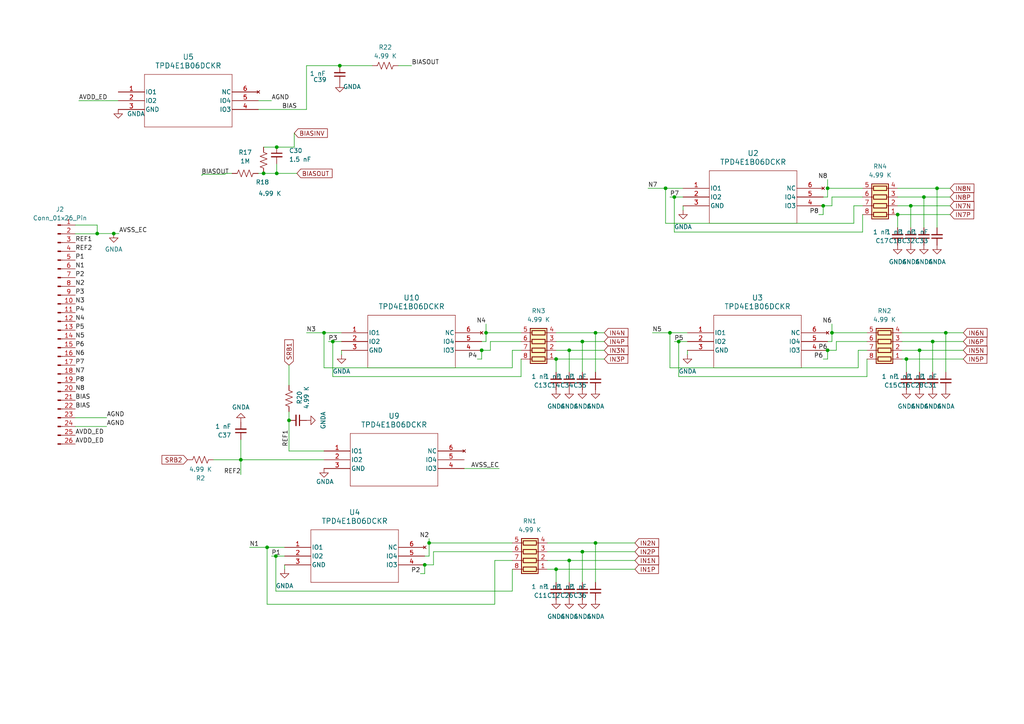
<source format=kicad_sch>
(kicad_sch (version 20231120) (generator "eeschema") (generator_version "8.0")
  (paper "A4")
  (lib_symbols
    (symbol "Connector:Conn_01x26_Pin" (pin_names (offset 1.016) hide)
      (property "Reference" "J" (at 0 33.02 0))
      (property "Value" "Conn_01x26_Pin" (at 0 -35.56 0))
      (symbol "Conn_01x26_Pin_1_1"
        (polyline (pts (xy 1.27 -33.02) (xy 0.8636 -33.02)) (stroke (width 0.1524)))
        (polyline (pts (xy 1.27 -30.48) (xy 0.8636 -30.48)) (stroke (width 0.1524)))
        (polyline (pts (xy 1.27 -27.94) (xy 0.8636 -27.94)) (stroke (width 0.1524)))
        (polyline (pts (xy 1.27 -25.4) (xy 0.8636 -25.4)) (stroke (width 0.1524)))
        (polyline (pts (xy 1.27 -22.86) (xy 0.8636 -22.86)) (stroke (width 0.1524)))
        (polyline (pts (xy 1.27 -20.32) (xy 0.8636 -20.32)) (stroke (width 0.1524)))
        (polyline (pts (xy 1.27 -17.78) (xy 0.8636 -17.78)) (stroke (width 0.1524)))
        (polyline (pts (xy 1.27 -15.24) (xy 0.8636 -15.24)) (stroke (width 0.1524)))
        (polyline (pts (xy 1.27 -12.7) (xy 0.8636 -12.7)) (stroke (width 0.1524)))
        (polyline (pts (xy 1.27 -10.16) (xy 0.8636 -10.16)) (stroke (width 0.1524)))
        (polyline (pts (xy 1.27 -7.62) (xy 0.8636 -7.62)) (stroke (width 0.1524)))
        (polyline (pts (xy 1.27 -5.08) (xy 0.8636 -5.08)) (stroke (width 0.1524)))
        (polyline (pts (xy 1.27 -2.54) (xy 0.8636 -2.54)) (stroke (width 0.1524)))
        (polyline (pts (xy 1.27 0) (xy 0.8636 0)) (stroke (width 0.1524)))
        (polyline (pts (xy 1.27 2.54) (xy 0.8636 2.54)) (stroke (width 0.1524)))
        (polyline (pts (xy 1.27 5.08) (xy 0.8636 5.08)) (stroke (width 0.1524)))
        (polyline (pts (xy 1.27 7.62) (xy 0.8636 7.62)) (stroke (width 0.1524)))
        (polyline (pts (xy 1.27 10.16) (xy 0.8636 10.16)) (stroke (width 0.1524)))
        (polyline (pts (xy 1.27 12.7) (xy 0.8636 12.7)) (stroke (width 0.1524)))
        (polyline (pts (xy 1.27 15.24) (xy 0.8636 15.24)) (stroke (width 0.1524)))
        (polyline (pts (xy 1.27 17.78) (xy 0.8636 17.78)) (stroke (width 0.1524)))
        (polyline (pts (xy 1.27 20.32) (xy 0.8636 20.32)) (stroke (width 0.1524)))
        (polyline (pts (xy 1.27 22.86) (xy 0.8636 22.86)) (stroke (width 0.1524)))
        (polyline (pts (xy 1.27 25.4) (xy 0.8636 25.4)) (stroke (width 0.1524)))
        (polyline (pts (xy 1.27 27.94) (xy 0.8636 27.94)) (stroke (width 0.1524)))
        (polyline (pts (xy 1.27 30.48) (xy 0.8636 30.48)) (stroke (width 0.1524)))
        (rectangle (start 0.8636 -32.893) (end 0 -33.147) (stroke (width 0.1524)) (fill (type outline)))
        (rectangle (start 0.8636 -30.353) (end 0 -30.607) (stroke (width 0.1524)) (fill (type outline)))
        (rectangle (start 0.8636 -27.813) (end 0 -28.067) (stroke (width 0.1524)) (fill (type outline)))
        (rectangle (start 0.8636 -25.273) (end 0 -25.527) (stroke (width 0.1524)) (fill (type outline)))
        (rectangle (start 0.8636 -22.733) (end 0 -22.987) (stroke (width 0.1524)) (fill (type outline)))
        (rectangle (start 0.8636 -20.193) (end 0 -20.447) (stroke (width 0.1524)) (fill (type outline)))
        (rectangle (start 0.8636 -17.653) (end 0 -17.907) (stroke (width 0.1524)) (fill (type outline)))
        (rectangle (start 0.8636 -15.113) (end 0 -15.367) (stroke (width 0.1524)) (fill (type outline)))
        (rectangle (start 0.8636 -12.573) (end 0 -12.827) (stroke (width 0.1524)) (fill (type outline)))
        (rectangle (start 0.8636 -10.033) (end 0 -10.287) (stroke (width 0.1524)) (fill (type outline)))
        (rectangle (start 0.8636 -7.493) (end 0 -7.747) (stroke (width 0.1524)) (fill (type outline)))
        (rectangle (start 0.8636 -4.953) (end 0 -5.207) (stroke (width 0.1524)) (fill (type outline)))
        (rectangle (start 0.8636 -2.413) (end 0 -2.667) (stroke (width 0.1524)) (fill (type outline)))
        (rectangle (start 0.8636 0.127) (end 0 -0.127) (stroke (width 0.1524)) (fill (type outline)))
        (rectangle (start 0.8636 2.667) (end 0 2.413) (stroke (width 0.1524)) (fill (type outline)))
        (rectangle (start 0.8636 5.207) (end 0 4.953) (stroke (width 0.1524)) (fill (type outline)))
        (rectangle (start 0.8636 7.747) (end 0 7.493) (stroke (width 0.1524)) (fill (type outline)))
        (rectangle (start 0.8636 10.287) (end 0 10.033) (stroke (width 0.1524)) (fill (type outline)))
        (rectangle (start 0.8636 12.827) (end 0 12.573) (stroke (width 0.1524)) (fill (type outline)))
        (rectangle (start 0.8636 15.367) (end 0 15.113) (stroke (width 0.1524)) (fill (type outline)))
        (rectangle (start 0.8636 17.907) (end 0 17.653) (stroke (width 0.1524)) (fill (type outline)))
        (rectangle (start 0.8636 20.447) (end 0 20.193) (stroke (width 0.1524)) (fill (type outline)))
        (rectangle (start 0.8636 22.987) (end 0 22.733) (stroke (width 0.1524)) (fill (type outline)))
        (rectangle (start 0.8636 25.527) (end 0 25.273) (stroke (width 0.1524)) (fill (type outline)))
        (rectangle (start 0.8636 28.067) (end 0 27.813) (stroke (width 0.1524)) (fill (type outline)))
        (rectangle (start 0.8636 30.607) (end 0 30.353) (stroke (width 0.1524)) (fill (type outline)))
        (pin passive line (at 5.08 30.48 180) (length 3.81) (name "Pin_1") (number "1"))
        (pin passive line (at 5.08 7.62 180) (length 3.81) (name "Pin_10") (number "10"))
        (pin passive line (at 5.08 5.08 180) (length 3.81) (name "Pin_11") (number "11"))
        (pin passive line (at 5.08 2.54 180) (length 3.81) (name "Pin_12") (number "12"))
        (pin passive line (at 5.08 0 180) (length 3.81) (name "Pin_13") (number "13"))
        (pin passive line (at 5.08 -2.54 180) (length 3.81) (name "Pin_14") (number "14"))
        (pin passive line (at 5.08 -5.08 180) (length 3.81) (name "Pin_15") (number "15"))
        (pin passive line (at 5.08 -7.62 180) (length 3.81) (name "Pin_16") (number "16"))
        (pin passive line (at 5.08 -10.16 180) (length 3.81) (name "Pin_17") (number "17"))
        (pin passive line (at 5.08 -12.7 180) (length 3.81) (name "Pin_18") (number "18"))
        (pin passive line (at 5.08 -15.24 180) (length 3.81) (name "Pin_19") (number "19"))
        (pin passive line (at 5.08 27.94 180) (length 3.81) (name "Pin_2") (number "2"))
        (pin passive line (at 5.08 -17.78 180) (length 3.81) (name "Pin_20") (number "20"))
        (pin passive line (at 5.08 -20.32 180) (length 3.81) (name "Pin_21") (number "21"))
        (pin passive line (at 5.08 -22.86 180) (length 3.81) (name "Pin_22") (number "22"))
        (pin passive line (at 5.08 -25.4 180) (length 3.81) (name "Pin_23") (number "23"))
        (pin passive line (at 5.08 -27.94 180) (length 3.81) (name "Pin_24") (number "24"))
        (pin passive line (at 5.08 -30.48 180) (length 3.81) (name "Pin_25") (number "25"))
        (pin passive line (at 5.08 -33.02 180) (length 3.81) (name "Pin_26") (number "26"))
        (pin passive line (at 5.08 25.4 180) (length 3.81) (name "Pin_3") (number "3"))
        (pin passive line (at 5.08 22.86 180) (length 3.81) (name "Pin_4") (number "4"))
        (pin passive line (at 5.08 20.32 180) (length 3.81) (name "Pin_5") (number "5"))
        (pin passive line (at 5.08 17.78 180) (length 3.81) (name "Pin_6") (number "6"))
        (pin passive line (at 5.08 15.24 180) (length 3.81) (name "Pin_7") (number "7"))
        (pin passive line (at 5.08 12.7 180) (length 3.81) (name "Pin_8") (number "8"))
        (pin passive line (at 5.08 10.16 180) (length 3.81) (name "Pin_9") (number "9"))
      )
    )
    (symbol "Device:C_Small" (pin_numbers hide) (pin_names (offset 0.254) hide)
      (property "Reference" "C" (at 0.254 1.778 0))
      (property "Value" "C_Small" (at 0.254 -2.032 0))
      (symbol "C_Small_0_1"
        (polyline (pts (xy -1.524 -0.508) (xy 1.524 -0.508)) (stroke (width 0.3302)))
        (polyline (pts (xy -1.524 0.508) (xy 1.524 0.508)) (stroke (width 0.3048)))
      )
      (symbol "C_Small_1_1"
        (pin passive line (at 0 2.54 270) (length 2.032) (name "~") (number "1"))
        (pin passive line (at 0 -2.54 90) (length 2.032) (name "~") (number "2"))
      )
    )
    (symbol "Device:R_Pack04" (pin_names (offset 0) hide)
      (property "Reference" "RN" (at -7.62 0 90))
      (property "Value" "R_Pack04" (at 5.08 0 90))
      (symbol "R_Pack04_0_1"
        (rectangle (start -6.35 -2.413) (end 3.81 2.413) (stroke (width 0.254)) (fill (type background)))
        (rectangle (start -5.715 1.905) (end -4.445 -1.905) (stroke (width 0.254)))
        (rectangle (start -3.175 1.905) (end -1.905 -1.905) (stroke (width 0.254)))
        (rectangle (start -0.635 1.905) (end 0.635 -1.905) (stroke (width 0.254)))
        (polyline (pts (xy -5.08 -2.54) (xy -5.08 -1.905)))
        (polyline (pts (xy -5.08 1.905) (xy -5.08 2.54)))
        (polyline (pts (xy -2.54 -2.54) (xy -2.54 -1.905)))
        (polyline (pts (xy -2.54 1.905) (xy -2.54 2.54)))
        (polyline (pts (xy 0 -2.54) (xy 0 -1.905)))
        (polyline (pts (xy 0 1.905) (xy 0 2.54)))
        (polyline (pts (xy 2.54 -2.54) (xy 2.54 -1.905)))
        (polyline (pts (xy 2.54 1.905) (xy 2.54 2.54)))
        (rectangle (start 1.905 1.905) (end 3.175 -1.905) (stroke (width 0.254)))
      )
      (symbol "R_Pack04_1_1"
        (pin passive line (at -5.08 -5.08 90) (length 2.54) (name "R1.1") (number "1"))
        (pin passive line (at -2.54 -5.08 90) (length 2.54) (name "R2.1") (number "2"))
        (pin passive line (at 0 -5.08 90) (length 2.54) (name "R3.1") (number "3"))
        (pin passive line (at 2.54 -5.08 90) (length 2.54) (name "R4.1") (number "4"))
        (pin passive line (at 2.54 5.08 270) (length 2.54) (name "R4.2") (number "5"))
        (pin passive line (at 0 5.08 270) (length 2.54) (name "R3.2") (number "6"))
        (pin passive line (at -2.54 5.08 270) (length 2.54) (name "R2.2") (number "7"))
        (pin passive line (at -5.08 5.08 270) (length 2.54) (name "R1.2") (number "8"))
      )
    )
    (symbol "Device:R_US" (pin_numbers hide) (pin_names (offset 0))
      (property "Reference" "R" (at 2.54 0 90))
      (property "Value" "R_US" (at -2.54 0 90))
      (symbol "R_US_0_1"
        (polyline (pts (xy 0 -2.286) (xy 0 -2.54)))
        (polyline (pts (xy 0 2.286) (xy 0 2.54)))
        (polyline (pts (xy 0 -0.762) (xy 1.016 -1.143) (xy 0 -1.524) (xy -1.016 -1.905) (xy 0 -2.286)))
        (polyline (pts (xy 0 0.762) (xy 1.016 0.381) (xy 0 0) (xy -1.016 -0.381) (xy 0 -0.762)))
        (polyline (pts (xy 0 2.286) (xy 1.016 1.905) (xy 0 1.524) (xy -1.016 1.143) (xy 0 0.762)))
      )
      (symbol "R_US_1_1"
        (pin passive line (at 0 3.81 270) (length 1.27) (name "~") (number "1"))
        (pin passive line (at 0 -3.81 90) (length 1.27) (name "~") (number "2"))
      )
    )
    (symbol "power:GNDA" (power) (pin_names (offset 0))
      (property "Value" "GNDA" (at 0 -3.81 0))
      (symbol "GNDA_0_1"
        (polyline (pts (xy 0 0) (xy 0 -1.27) (xy 1.27 -1.27) (xy 0 -2.54) (xy -1.27 -1.27) (xy 0 -1.27)))
      )
      (symbol "GNDA_1_1"
        (pin power_in line (at 0 0 270) (length 0) hide (name "GNDA") (number "1"))
      )
    )
    (symbol "tpd4e1_esayGND:TPD4E1B06DCKR" (pin_names (offset 0.254))
      (property "Reference" "U" (at 20.32 10.16 0))
      (property "Value" "TPD4E1B06DCKR" (at 20.32 7.62 0))
      (symbol "TPD4E1B06DCKR_0_1"
        (polyline (pts (xy 7.62 -10.16) (xy 33.02 -10.16)) (stroke (width 0.127)))
        (polyline (pts (xy 7.62 5.08) (xy 7.62 -10.16)) (stroke (width 0.127)))
        (polyline (pts (xy 33.02 -10.16) (xy 33.02 5.08)) (stroke (width 0.127)))
        (polyline (pts (xy 33.02 5.08) (xy 7.62 5.08)) (stroke (width 0.127)))
        (pin bidirectional line (at 0 0 0) (length 7.62) (name "IO1") (number "1"))
        (pin bidirectional line (at 0 -2.54 0) (length 7.62) (name "IO2") (number "2"))
        (pin power_in line (at 0 -5.08 0) (length 7.62) (name "GND") (number "3"))
        (pin bidirectional line (at 40.64 -5.08 180) (length 7.62) (name "IO3") (number "4"))
        (pin bidirectional line (at 40.64 -2.54 180) (length 7.62) (name "IO4") (number "5"))
        (pin no_connect line (at 40.64 0 180) (length 7.62) (name "NC") (number "6"))
      )
    )
  )
  (junction (at 161.29 165.1))
  (junction (at 262.89 104.14))
  (junction (at 98.552 19.05))
  (junction (at 172.72 157.48))
  (junction (at 172.72 96.52))
  (junction (at 238.76 59.69))
  (junction (at 80.264 42.672))
  (junction (at 83.82 121.92))
  (junction (at 195.58 57.15))
  (junction (at 264.16 59.69))
  (junction (at 123.19 163.83))
  (junction (at 266.7 101.6))
  (junction (at 77.47 158.75))
  (junction (at 260.35 62.23))
  (junction (at 267.97 57.15))
  (junction (at 139.7 101.6))
  (junction (at 165.1 162.56))
  (junction (at 28.194 67.7399))
  (junction (at 80.01 161.29))
  (junction (at 168.91 99.06))
  (junction (at 196.85 99.06))
  (junction (at 274.32 96.52))
  (junction (at 165.1 101.6))
  (junction (at 241.3 96.52))
  (junction (at 32.9878 67.7399))
  (junction (at 96.52 99.06))
  (junction (at 193.04 54.61))
  (junction (at 240.03 54.61))
  (junction (at 124.46 157.48))
  (junction (at 76.454 50.292))
  (junction (at 69.85 133.35))
  (junction (at 80.264 50.292))
  (junction (at 194.31 96.52))
  (junction (at 240.03 101.6))
  (junction (at 270.51 99.06))
  (junction (at 168.91 160.02))
  (junction (at 93.98 96.52))
  (junction (at 140.97 96.52))
  (junction (at 271.78 54.61))
  (junction (at 161.29 104.14))
  (wire (pts (xy 261.62 104.14) (xy 262.89 104.14)))
  (wire (pts (xy 76.454 50.292) (xy 74.93 50.292)))
  (wire (pts (xy 161.29 165.1) (xy 184.15 165.1)))
  (wire (pts (xy 270.51 99.06) (xy 270.51 107.95)))
  (wire (pts (xy 161.29 165.1) (xy 161.29 168.91)))
  (wire (pts (xy 143.51 162.56) (xy 148.59 162.56)))
  (wire (pts (xy 124.46 157.48) (xy 148.59 157.48)))
  (wire (pts (xy 151.13 101.6) (xy 148.59 101.6)))
  (wire (pts (xy 264.16 59.69) (xy 260.35 59.69)))
  (wire (pts (xy 74.93 31.75) (xy 88.9 31.75)))
  (wire (pts (xy 193.04 54.61) (xy 193.04 64.77)))
  (wire (pts (xy 119.38 19.05) (xy 115.57 19.05)))
  (wire (pts (xy 172.72 96.52) (xy 161.29 96.52)))
  (wire (pts (xy 238.76 104.14) (xy 240.03 104.14)))
  (wire (pts (xy 138.43 104.14) (xy 139.7 104.14)))
  (wire (pts (xy 80.01 161.29) (xy 82.55 161.29)))
  (wire (pts (xy 139.7 99.06) (xy 140.97 99.06)))
  (wire (pts (xy 21.844 65.278) (xy 28.194 65.278)))
  (wire (pts (xy 121.92 166.37) (xy 123.19 166.37)))
  (wire (pts (xy 165.1 101.6) (xy 161.29 101.6)))
  (wire (pts (xy 93.98 96.52) (xy 99.06 96.52)))
  (wire (pts (xy 271.78 54.61) (xy 271.78 66.04)))
  (wire (pts (xy 193.04 64.77) (xy 247.65 64.77)))
  (wire (pts (xy 72.39 158.75) (xy 77.47 158.75)))
  (wire (pts (xy 139.7 104.14) (xy 139.7 101.6)))
  (wire (pts (xy 124.46 157.48) (xy 124.46 161.29)))
  (wire (pts (xy 165.1 162.56) (xy 158.75 162.56)))
  (wire (pts (xy 175.26 99.06) (xy 168.91 99.06)))
  (wire (pts (xy 144.78 135.89) (xy 134.62 135.89)))
  (wire (pts (xy 139.7 101.6) (xy 142.24 101.6)))
  (wire (pts (xy 240.03 54.61) (xy 250.19 54.61)))
  (wire (pts (xy 148.59 101.6) (xy 148.59 106.68)))
  (wire (pts (xy 78.74 29.21) (xy 74.93 29.21)))
  (wire (pts (xy 96.52 99.06) (xy 99.06 99.06)))
  (wire (pts (xy 241.3 93.98) (xy 241.3 96.52)))
  (wire (pts (xy 196.85 109.22) (xy 251.46 109.22)))
  (wire (pts (xy 83.82 121.92) (xy 83.82 130.81)))
  (wire (pts (xy 21.844 67.818) (xy 28.194 67.818)))
  (wire (pts (xy 279.4 101.6) (xy 266.7 101.6)))
  (wire (pts (xy 275.59 59.69) (xy 264.16 59.69)))
  (wire (pts (xy 195.58 57.15) (xy 195.58 67.31)))
  (wire (pts (xy 198.12 59.69) (xy 198.12 60.96)))
  (wire (pts (xy 270.51 99.06) (xy 261.62 99.06)))
  (wire (pts (xy 96.52 99.06) (xy 96.52 109.22)))
  (wire (pts (xy 83.82 111.76) (xy 83.82 105.918)))
  (wire (pts (xy 88.9 19.05) (xy 98.552 19.05)))
  (wire (pts (xy 93.98 106.68) (xy 148.59 106.68)))
  (wire (pts (xy 264.16 59.69) (xy 264.16 66.04)))
  (wire (pts (xy 168.91 160.02) (xy 158.75 160.02)))
  (wire (pts (xy 275.59 57.15) (xy 267.97 57.15)))
  (wire (pts (xy 85.344 42.672) (xy 80.264 42.672)))
  (wire (pts (xy 237.49 62.23) (xy 238.76 62.23)))
  (wire (pts (xy 271.78 54.61) (xy 260.35 54.61)))
  (wire (pts (xy 161.29 104.14) (xy 175.26 104.14)))
  (wire (pts (xy 172.72 96.52) (xy 172.72 107.95)))
  (wire (pts (xy 99.06 101.6) (xy 99.06 102.87)))
  (wire (pts (xy 240.03 104.14) (xy 240.03 101.6)))
  (wire (pts (xy 279.4 99.06) (xy 270.51 99.06)))
  (wire (pts (xy 240.03 54.61) (xy 240.03 52.07)))
  (wire (pts (xy 168.91 99.06) (xy 168.91 107.95)))
  (wire (pts (xy 148.59 171.45) (xy 148.59 165.1)))
  (wire (pts (xy 275.59 54.61) (xy 271.78 54.61)))
  (wire (pts (xy 161.29 104.14) (xy 161.29 107.95)))
  (wire (pts (xy 140.97 93.98) (xy 140.97 96.52)))
  (wire (pts (xy 88.9 19.05) (xy 88.9 31.75)))
  (wire (pts (xy 241.3 57.15) (xy 241.3 59.69)))
  (wire (pts (xy 80.264 47.498) (xy 80.264 50.292)))
  (wire (pts (xy 260.35 62.23) (xy 275.59 62.23)))
  (wire (pts (xy 123.19 166.37) (xy 123.19 163.83)))
  (wire (pts (xy 151.13 109.22) (xy 151.13 104.14)))
  (wire (pts (xy 28.194 67.818) (xy 28.194 67.7399)))
  (wire (pts (xy 58.674 50.8) (xy 58.674 50.546)))
  (wire (pts (xy 196.85 99.06) (xy 199.39 99.06)))
  (wire (pts (xy 82.55 163.83) (xy 82.55 165.1)))
  (wire (pts (xy 251.46 109.22) (xy 251.46 104.14)))
  (wire (pts (xy 248.92 101.6) (xy 248.92 106.68)))
  (wire (pts (xy 266.7 101.6) (xy 266.7 107.95)))
  (wire (pts (xy 195.58 99.06) (xy 196.85 99.06)))
  (wire (pts (xy 236.22 101.6) (xy 240.03 101.6)))
  (wire (pts (xy 80.01 171.45) (xy 148.59 171.45)))
  (wire (pts (xy 58.42 50.8) (xy 58.674 50.8)))
  (wire (pts (xy 242.57 99.06) (xy 242.57 101.6)))
  (wire (pts (xy 21.844 121.158) (xy 30.9373 121.158)))
  (wire (pts (xy 32.9878 67.7399) (xy 34.5118 67.7399)))
  (wire (pts (xy 241.3 96.52) (xy 251.46 96.52)))
  (wire (pts (xy 267.97 57.15) (xy 267.97 66.04)))
  (wire (pts (xy 279.4 96.52) (xy 274.32 96.52)))
  (wire (pts (xy 80.264 42.418) (xy 80.264 42.672)))
  (wire (pts (xy 140.97 99.06) (xy 140.97 96.52)))
  (wire (pts (xy 78.74 161.29) (xy 80.01 161.29)))
  (wire (pts (xy 172.72 157.48) (xy 158.75 157.48)))
  (wire (pts (xy 238.76 57.15) (xy 240.03 57.15)))
  (wire (pts (xy 80.264 42.672) (xy 76.454 42.672)))
  (wire (pts (xy 194.31 57.15) (xy 195.58 57.15)))
  (wire (pts (xy 58.674 50.546) (xy 65.278 50.546)))
  (wire (pts (xy 238.76 59.69) (xy 241.3 59.69)))
  (wire (pts (xy 93.98 96.52) (xy 93.98 106.68)))
  (wire (pts (xy 168.91 99.06) (xy 161.29 99.06)))
  (wire (pts (xy 187.96 54.61) (xy 193.04 54.61)))
  (wire (pts (xy 80.264 50.292) (xy 76.454 50.292)))
  (wire (pts (xy 194.31 96.52) (xy 194.31 106.68)))
  (wire (pts (xy 86.106 50.292) (xy 80.264 50.292)))
  (wire (pts (xy 34.29 29.21) (xy 22.86 29.21)))
  (wire (pts (xy 240.03 101.6) (xy 242.57 101.6)))
  (wire (pts (xy 184.15 157.48) (xy 172.72 157.48)))
  (wire (pts (xy 140.97 96.52) (xy 151.13 96.52)))
  (wire (pts (xy 93.98 130.81) (xy 83.82 130.81)))
  (wire (pts (xy 240.03 57.15) (xy 240.03 54.61)))
  (wire (pts (xy 267.97 57.15) (xy 260.35 57.15)))
  (wire (pts (xy 69.85 127.508) (xy 69.85 133.35)))
  (wire (pts (xy 194.31 96.52) (xy 199.39 96.52)))
  (wire (pts (xy 241.3 57.15) (xy 250.19 57.15)))
  (wire (pts (xy 242.57 99.06) (xy 251.46 99.06)))
  (wire (pts (xy 65.278 50.546) (xy 65.278 50.292)))
  (wire (pts (xy 262.89 104.14) (xy 262.89 107.95)))
  (wire (pts (xy 77.47 158.75) (xy 77.47 175.26)))
  (wire (pts (xy 88.9 96.52) (xy 93.98 96.52)))
  (wire (pts (xy 175.26 96.52) (xy 172.72 96.52)))
  (wire (pts (xy 69.85 133.35) (xy 61.976 133.35)))
  (wire (pts (xy 266.7 101.6) (xy 261.62 101.6)))
  (wire (pts (xy 123.19 161.29) (xy 124.46 161.29)))
  (wire (pts (xy 172.72 157.48) (xy 172.72 168.91)))
  (wire (pts (xy 195.58 67.31) (xy 250.19 67.31)))
  (wire (pts (xy 124.46 156.21) (xy 124.46 157.48)))
  (wire (pts (xy 69.85 137.668) (xy 69.85 133.35)))
  (wire (pts (xy 28.194 67.7399) (xy 32.9878 67.7399)))
  (wire (pts (xy 143.51 175.26) (xy 143.51 162.56)))
  (wire (pts (xy 142.24 99.06) (xy 151.13 99.06)))
  (wire (pts (xy 274.32 96.52) (xy 274.32 107.95)))
  (wire (pts (xy 247.65 59.69) (xy 247.65 64.77)))
  (wire (pts (xy 184.15 162.56) (xy 165.1 162.56)))
  (wire (pts (xy 85.344 38.608) (xy 85.344 42.672)))
  (wire (pts (xy 165.1 162.56) (xy 165.1 168.91)))
  (wire (pts (xy 65.278 50.292) (xy 67.31 50.292)))
  (wire (pts (xy 142.24 99.06) (xy 142.24 101.6)))
  (wire (pts (xy 77.47 175.26) (xy 143.51 175.26)))
  (wire (pts (xy 241.3 96.52) (xy 241.3 99.06)))
  (wire (pts (xy 240.03 99.06) (xy 241.3 99.06)))
  (wire (pts (xy 194.31 106.68) (xy 248.92 106.68)))
  (wire (pts (xy 175.26 101.6) (xy 165.1 101.6)))
  (wire (pts (xy 260.35 62.23) (xy 260.35 66.04)))
  (wire (pts (xy 125.73 160.02) (xy 148.59 160.02)))
  (wire (pts (xy 28.194 65.278) (xy 28.194 67.7399)))
  (wire (pts (xy 168.91 160.02) (xy 168.91 168.91)))
  (wire (pts (xy 184.15 160.02) (xy 168.91 160.02)))
  (wire (pts (xy 195.58 57.15) (xy 198.12 57.15)))
  (wire (pts (xy 69.85 133.35) (xy 93.98 133.35)))
  (wire (pts (xy 123.19 163.83) (xy 125.73 163.83)))
  (wire (pts (xy 189.23 96.52) (xy 194.31 96.52)))
  (wire (pts (xy 199.39 101.6) (xy 199.39 102.87)))
  (wire (pts (xy 262.89 104.14) (xy 279.4 104.14)))
  (wire (pts (xy 238.76 62.23) (xy 238.76 59.69)))
  (wire (pts (xy 193.04 54.61) (xy 198.12 54.61)))
  (wire (pts (xy 165.1 101.6) (xy 165.1 107.95)))
  (wire (pts (xy 95.25 99.06) (xy 96.52 99.06)))
  (wire (pts (xy 250.19 59.69) (xy 247.65 59.69)))
  (wire (pts (xy 125.73 160.02) (xy 125.73 163.83)))
  (wire (pts (xy 250.19 67.31) (xy 250.19 62.23)))
  (wire (pts (xy 274.32 96.52) (xy 261.62 96.52)))
  (wire (pts (xy 83.82 121.92) (xy 83.82 119.38)))
  (wire (pts (xy 80.01 161.29) (xy 80.01 171.45)))
  (wire (pts (xy 21.844 123.698) (xy 30.9373 123.698)))
  (wire (pts (xy 77.47 158.75) (xy 82.55 158.75)))
  (wire (pts (xy 158.75 165.1) (xy 161.29 165.1)))
  (wire (pts (xy 251.46 101.6) (xy 248.92 101.6)))
  (wire (pts (xy 98.552 19.05) (xy 107.95 19.05)))
  (wire (pts (xy 196.85 99.06) (xy 196.85 109.22)))
  (wire (pts (xy 96.52 109.22) (xy 151.13 109.22)))
  (label "N8" (at 240.03 52.07 180))
  (label "P2" (at 21.844 80.518 0))
  (label "REF1" (at 83.82 129.54 90))
  (label "N7" (at 21.844 108.458 0))
  (label "N4" (at 21.844 93.218 0))
  (label "P6" (at 238.76 104.14 180))
  (label "P3" (at 95.25 99.06 0))
  (label "AGND" (at 30.9373 123.698 0))
  (label "REF1" (at 21.844 70.358 0))
  (label "N5" (at 21.844 98.298 0))
  (label "N1" (at 21.844 77.978 0))
  (label "N4" (at 140.97 93.98 180))
  (label "N3" (at 21.844 88.138 0))
  (label "REF2" (at 21.844 72.898 0))
  (label "N2" (at 124.46 156.21 180))
  (label "AGND" (at 78.74 29.21 0))
  (label "N8" (at 21.844 113.538 0))
  (label "P5" (at 21.844 95.758 0))
  (label "BIAS" (at 21.844 116.078 0))
  (label "N6" (at 21.844 103.378 0))
  (label "P6" (at 21.844 100.838 0))
  (label "P2" (at 121.92 166.37 180))
  (label "P8" (at 237.49 62.23 180))
  (label "AVDD_ED" (at 21.844 126.238 0))
  (label "N2" (at 21.844 83.058 0))
  (label "AVSS_EC" (at 144.78 135.89 180))
  (label "P1" (at 78.74 161.29 0))
  (label "AVSS_EC" (at 34.5118 67.7399 0))
  (label "BIAS" (at 81.788 31.75 0))
  (label "N1" (at 72.39 158.75 0))
  (label "BIAS" (at 21.844 118.618 0))
  (label "N3" (at 88.9 96.52 0))
  (label "P4" (at 21.844 90.678 0))
  (label "REF2" (at 69.85 137.668 180))
  (label "P7" (at 21.844 105.918 0))
  (label "AVDD_ED" (at 22.86 29.21 0))
  (label "P3" (at 21.844 85.598 0))
  (label "AVDD_ED" (at 21.844 128.778 0))
  (label "P4" (at 138.43 104.14 180))
  (label "P1" (at 21.844 75.438 0))
  (label "P5" (at 195.58 99.06 0))
  (label "BIASOUT" (at 58.42 50.8 0))
  (label "P6" (at 240.03 101.6 180))
  (label "P8" (at 21.844 110.998 0))
  (label "N7" (at 187.96 54.61 0))
  (label "P7" (at 194.31 57.15 0))
  (label "N6" (at 241.3 93.98 180))
  (label "N5" (at 189.23 96.52 0))
  (label "AGND" (at 30.9373 121.158 0))
  (label "BIASOUT" (at 119.38 19.05 0))
  (global_label "IN3N" (shape input) (at 175.26 101.6 0) (property "Intersheetrefs" "${INTERSHEET_REFS}" (effects (hide yes))))
  (global_label "IN1N" (shape input) (at 184.15 162.56 0) (property "Intersheetrefs" "${INTERSHEET_REFS}" (effects (hide yes))))
  (global_label "IN8P" (shape input) (at 275.59 57.15 0) (property "Intersheetrefs" "${INTERSHEET_REFS}" (effects (hide yes))))
  (global_label "IN8N" (shape input) (at 275.59 54.61 0) (property "Intersheetrefs" "${INTERSHEET_REFS}" (effects (hide yes))))
  (global_label "IN4P" (shape input) (at 175.26 99.06 0) (property "Intersheetrefs" "${INTERSHEET_REFS}" (effects (hide yes))))
  (global_label "SRB2" (shape input) (at 54.356 133.35 180) (property "Intersheetrefs" "${INTERSHEET_REFS}" (effects (hide yes))))
  (global_label "IN5N" (shape input) (at 279.4 101.6 0) (property "Intersheetrefs" "${INTERSHEET_REFS}" (effects (hide yes))))
  (global_label "IN6P" (shape input) (at 279.4 99.06 0) (property "Intersheetrefs" "${INTERSHEET_REFS}" (effects (hide yes))))
  (global_label "BIASOUT" (shape input) (at 86.106 50.292 0) (property "Intersheetrefs" "${INTERSHEET_REFS}" (effects (hide yes))))
  (global_label "SRB1" (shape input) (at 83.82 105.918 90) (property "Intersheetrefs" "${INTERSHEET_REFS}" (effects (hide yes))))
  (global_label "IN3P" (shape input) (at 175.26 104.14 0) (property "Intersheetrefs" "${INTERSHEET_REFS}" (effects (hide yes))))
  (global_label "IN1P" (shape input) (at 184.15 165.1 0) (property "Intersheetrefs" "${INTERSHEET_REFS}" (effects (hide yes))))
  (global_label "IN7P" (shape input) (at 275.59 62.23 0) (property "Intersheetrefs" "${INTERSHEET_REFS}" (effects (hide yes))))
  (global_label "IN7N" (shape input) (at 275.59 59.69 0) (property "Intersheetrefs" "${INTERSHEET_REFS}" (effects (hide yes))))
  (global_label "IN5P" (shape input) (at 279.4 104.14 0) (property "Intersheetrefs" "${INTERSHEET_REFS}" (effects (hide yes))))
  (global_label "IN4N" (shape input) (at 175.26 96.52 0) (property "Intersheetrefs" "${INTERSHEET_REFS}" (effects (hide yes))))
  (global_label "BIASINV" (shape input) (at 85.344 38.608 0) (property "Intersheetrefs" "${INTERSHEET_REFS}" (effects (hide yes))))
  (global_label "IN2P" (shape input) (at 184.15 160.02 0) (property "Intersheetrefs" "${INTERSHEET_REFS}" (effects (hide yes))))
  (global_label "IN6N" (shape input) (at 279.4 96.52 0) (property "Intersheetrefs" "${INTERSHEET_REFS}" (effects (hide yes))))
  (global_label "IN2N" (shape input) (at 184.15 157.48 0) (property "Intersheetrefs" "${INTERSHEET_REFS}" (effects (hide yes))))
  (symbol (lib_id "power:GNDA") (at 262.89 113.03 0) (unit 1)
    (property "Reference" "#PWR027" (effects (hide yes)))
    (property "Value" "GNDA" (at 262.89 117.856 0))
  )
  (symbol (lib_id "Device:C_Small") (at 69.85 124.968 180) (unit 1)
    (property "Reference" "C37" (at 67.056 126.2317 0) (effects (justify left)))
    (property "Value" "1 nF" (at 67.056 123.6917 0) (effects (justify left)))
    (property "Footprint" "Capacitor_SMD:C_0402_1005Metric" (effects (hide yes)))
  )
  (symbol (lib_id "power:GNDA") (at 69.85 122.428 180) (unit 1)
    (property "Reference" "#PWR030" (effects (hide yes)))
    (property "Value" "GNDA" (at 69.85 118.11 0))
  )
  (symbol (lib_id "power:GNDA") (at 168.91 113.03 0) (unit 1)
    (property "Reference" "#PWR049" (effects (hide yes)))
    (property "Value" "GNDA" (at 168.91 117.856 0))
  )
  (symbol (lib_id "power:GNDA") (at 165.1 173.99 0) (unit 1)
    (property "Reference" "#PWR037" (effects (hide yes)))
    (property "Value" "GNDA" (at 165.1 178.816 0))
  )
  (symbol (lib_id "Device:C_Small") (at 161.29 110.49 180) (unit 1)
    (property "Reference" "C13" (at 158.75 111.7537 0) (effects (justify left)))
    (property "Value" "1 nF" (at 158.75 109.2137 0) (effects (justify left)))
    (property "Footprint" "Capacitor_SMD:C_0402_1005Metric" (effects (hide yes)))
  )
  (symbol (lib_id "power:GNDA") (at 199.39 102.87 0) (unit 1)
    (property "Reference" "#PWR04" (effects (hide yes)))
    (property "Value" "GNDA" (at 199.39 107.696 0))
  )
  (symbol (lib_id "Device:C_Small") (at 264.16 68.58 180) (unit 1)
    (property "Reference" "C18" (at 261.62 69.8437 0) (effects (justify left)))
    (property "Value" "1 nF" (at 261.62 67.3037 0) (effects (justify left)))
    (property "Footprint" "Capacitor_SMD:C_0402_1005Metric" (effects (hide yes)))
  )
  (symbol (lib_id "power:GNDA") (at 198.12 60.96 0) (unit 1)
    (property "Reference" "#PWR025" (effects (hide yes)))
    (property "Value" "GNDA" (at 198.12 65.786 0))
  )
  (symbol (lib_id "power:GNDA") (at 99.06 102.87 0) (unit 1)
    (property "Reference" "#PWR026" (effects (hide yes)))
    (property "Value" "GNDA" (at 99.06 107.696 0))
  )
  (symbol (lib_id "power:GNDA") (at 82.55 165.1 0) (unit 1)
    (property "Reference" "#PWR039" (effects (hide yes)))
    (property "Value" "GNDA" (at 82.55 169.926 0))
  )
  (symbol (lib_id "Device:R_US") (at 111.76 19.05 90) (unit 1)
    (property "Reference" "R22" (at 111.76 13.716 90))
    (property "Value" "4.99 K" (at 111.76 16.256 90))
    (property "Footprint" "Resistor_SMD:R_0603_1608Metric" (effects (hide yes)))
  )
  (symbol (lib_id "Device:C_Small") (at 80.264 44.958 0) (unit 1)
    (property "Reference" "C30" (at 83.82 43.6942 0) (effects (justify left)))
    (property "Value" "1.5 nF" (at 83.82 46.2342 0) (effects (justify left)))
    (property "Footprint" "Capacitor_SMD:C_0402_1005Metric" (effects (hide yes)))
  )
  (symbol (lib_id "power:GNDA") (at 32.9878 67.7399 0) (unit 1)
    (property "Reference" "#PWR056" (effects (hide yes)))
    (property "Value" "GNDA" (at 32.9878 72.3119 0))
  )
  (symbol (lib_id "power:GNDA") (at 172.72 173.99 0) (unit 1)
    (property "Reference" "#PWR051" (effects (hide yes)))
    (property "Value" "GNDA" (at 172.72 178.816 0))
  )
  (symbol (lib_id "Device:C_Small") (at 165.1 171.45 180) (unit 1)
    (property "Reference" "C12" (at 162.56 172.7137 0) (effects (justify left)))
    (property "Value" "1 nF" (at 162.56 170.1737 0) (effects (justify left)))
    (property "Footprint" "Capacitor_SMD:C_0402_1005Metric" (effects (hide yes)))
  )
  (symbol (lib_id "Device:C_Small") (at 270.51 110.49 180) (unit 1)
    (property "Reference" "C28" (at 267.97 111.7537 0) (effects (justify left)))
    (property "Value" "1 nF" (at 267.97 109.2137 0) (effects (justify left)))
    (property "Footprint" "Capacitor_SMD:C_0402_1005Metric" (effects (hide yes)))
  )
  (symbol (lib_id "power:GNDA") (at 267.97 71.12 0) (unit 1)
    (property "Reference" "#PWR047" (effects (hide yes)))
    (property "Value" "GNDA" (at 267.97 75.946 0))
  )
  (symbol (lib_id "power:GNDA") (at 34.29 31.75 0) (unit 1)
    (property "Reference" "#PWR036" (effects (hide yes)))
    (property "Value" "GNDA" (at 36.83 33.0199 0) (effects (justify left)))
  )
  (symbol (lib_id "Device:R_Pack04") (at 255.27 57.15 90) (unit 1)
    (property "Reference" "RN4" (at 255.27 48.26 90))
    (property "Value" "4.99 K" (at 255.27 50.8 90))
    (property "Footprint" "Resistor_SMD:R_Array_Convex_4x0603" (effects (hide yes)))
    (property "Description" "4 resistor network, parallel topology" (effects (hide yes)))
  )
  (symbol (lib_id "power:GNDA") (at 161.29 173.99 0) (unit 1)
    (property "Reference" "#PWR035" (effects (hide yes)))
    (property "Value" "GNDA" (at 161.29 178.816 0))
  )
  (symbol (lib_id "tpd4e1_esayGND:TPD4E1B06DCKR") (at 198.12 54.61 0) (unit 1)
    (property "Reference" "U2" (at 218.44 44.45 0) (effects (font (size 1.524 1.524))))
    (property "Value" "TPD4E1B06DCKR" (at 218.44 46.99 0) (effects (font (size 1.524 1.524))))
    (property "Footprint" "TPD4E1B06_R:DCK6_TEX" (effects (hide yes)))
    (property "Datasheet" "TPD4E1B06DCKR" (effects (hide yes)))
  )
  (symbol (lib_id "power:GNDA") (at 165.1 113.03 0) (unit 1)
    (property "Reference" "#PWR046" (effects (hide yes)))
    (property "Value" "GNDA" (at 165.1 117.856 0))
  )
  (symbol (lib_id "Device:C_Small") (at 172.72 171.45 180) (unit 1)
    (property "Reference" "C36" (at 170.18 172.7137 0) (effects (justify left)))
    (property "Value" "1 nF" (at 170.18 170.1737 0) (effects (justify left)))
    (property "Footprint" "Capacitor_SMD:C_0402_1005Metric" (effects (hide yes)))
  )
  (symbol (lib_id "Device:C_Small") (at 271.78 68.58 180) (unit 1)
    (property "Reference" "C33" (at 269.24 69.8437 0) (effects (justify left)))
    (property "Value" "1 nF" (at 269.24 67.3037 0) (effects (justify left)))
    (property "Footprint" "Capacitor_SMD:C_0402_1005Metric" (effects (hide yes)))
  )
  (symbol (lib_id "Device:R_Pack04") (at 153.67 160.02 90) (unit 1)
    (property "Reference" "RN1" (at 153.67 151.13 90))
    (property "Value" "4.99 K" (at 153.67 153.67 90))
    (property "Footprint" "Resistor_SMD:R_Array_Convex_4x0603" (effects (hide yes)))
    (property "Description" "4 resistor network, parallel topology" (effects (hide yes)))
  )
  (symbol (lib_id "Connector:Conn_01x26_Pin") (at 16.764 95.758 0) (unit 1)
    (property "Reference" "J2" (at 17.399 60.706 0))
    (property "Value" "Conn_01x26_Pin" (at 17.399 63.246 0))
    (property "Footprint" "Connector_PinHeader_2.54mm:PinHeader_2x13_P2.54mm_Horizontal" (effects (hide yes)))
  )
  (symbol (lib_id "power:GNDA") (at 98.552 24.13 0) (unit 1)
    (property "Reference" "#PWR055" (effects (hide yes)))
    (property "Value" "GNDA" (at 102.108 25.146 0))
  )
  (symbol (lib_id "Device:C_Small") (at 168.91 110.49 180) (unit 1)
    (property "Reference" "C34" (at 166.37 111.7537 0) (effects (justify left)))
    (property "Value" "1 nF" (at 166.37 109.2137 0) (effects (justify left)))
    (property "Footprint" "Capacitor_SMD:C_0402_1005Metric" (effects (hide yes)))
  )
  (symbol (lib_id "power:GNDA") (at 274.32 113.03 0) (unit 1)
    (property "Reference" "#PWR045" (effects (hide yes)))
    (property "Value" "GNDA" (at 274.32 117.856 0))
  )
  (symbol (lib_id "Device:C_Small") (at 165.1 110.49 180) (unit 1)
    (property "Reference" "C14" (at 162.56 111.7537 0) (effects (justify left)))
    (property "Value" "1 nF" (at 162.56 109.2137 0) (effects (justify left)))
    (property "Footprint" "Capacitor_SMD:C_0402_1005Metric" (effects (hide yes)))
  )
  (symbol (lib_id "tpd4e1_esayGND:TPD4E1B06DCKR") (at 93.98 130.81 0) (unit 1)
    (property "Reference" "U9" (at 114.3 120.65 0) (effects (font (size 1.524 1.524))))
    (property "Value" "TPD4E1B06DCKR" (at 114.3 123.19 0) (effects (font (size 1.524 1.524))))
    (property "Footprint" "TPD4E1B06_R:DCK6_TEX" (effects (hide yes)))
    (property "Datasheet" "TPD4E1B06DCKR" (effects (hide yes)))
  )
  (symbol (lib_id "power:GNDA") (at 266.7 113.03 0) (unit 1)
    (property "Reference" "#PWR043" (effects (hide yes)))
    (property "Value" "GNDA" (at 266.7 117.856 0))
  )
  (symbol (lib_id "Device:R_Pack04") (at 256.54 99.06 90) (unit 1)
    (property "Reference" "RN2" (at 256.54 90.17 90))
    (property "Value" "4.99 K" (at 256.54 92.71 90))
    (property "Footprint" "Resistor_SMD:R_Array_Convex_4x0603" (effects (hide yes)))
    (property "Description" "4 resistor network, parallel topology" (effects (hide yes)))
  )
  (symbol (lib_id "tpd4e1_esayGND:TPD4E1B06DCKR") (at 34.29 26.67 0) (unit 1)
    (property "Reference" "U5" (at 54.61 16.51 0) (effects (font (size 1.524 1.524))))
    (property "Value" "TPD4E1B06DCKR" (at 54.61 19.05 0) (effects (font (size 1.524 1.524))))
    (property "Footprint" "TPD4E1B06_R:DCK6_TEX" (effects (hide yes)))
    (property "Datasheet" "TPD4E1B06DCKR" (effects (hide yes)))
  )
  (symbol (lib_id "power:GNDA") (at 161.29 113.03 0) (unit 1)
    (property "Reference" "#PWR040" (effects (hide yes)))
    (property "Value" "GNDA" (at 161.29 117.856 0))
  )
  (symbol (lib_id "Device:C_Small") (at 168.91 171.45 180) (unit 1)
    (property "Reference" "C26" (at 166.37 172.7137 0) (effects (justify left)))
    (property "Value" "1 nF" (at 166.37 170.1737 0) (effects (justify left)))
    (property "Footprint" "Capacitor_SMD:C_0402_1005Metric" (effects (hide yes)))
  )
  (symbol (lib_id "Device:C_Small") (at 172.72 110.49 180) (unit 1)
    (property "Reference" "C35" (at 170.18 111.7537 0) (effects (justify left)))
    (property "Value" "1 nF" (at 170.18 109.2137 0) (effects (justify left)))
    (property "Footprint" "Capacitor_SMD:C_0402_1005Metric" (effects (hide yes)))
  )
  (symbol (lib_id "power:GNDA") (at 93.98 135.89 0) (unit 1)
    (property "Reference" "#PWR028" (effects (hide yes)))
    (property "Value" "GNDA" (at 94.234 139.7 0))
  )
  (symbol (lib_id "Device:R_US") (at 76.454 46.482 180) (unit 1)
    (property "Reference" "R18" (at 74.168 52.832 0) (effects (justify right)))
    (property "Value" "4.99 K" (at 74.93 56.134 0) (effects (justify right)))
    (property "Footprint" "Resistor_SMD:R_0603_1608Metric" (effects (hide yes)))
  )
  (symbol (lib_id "power:GNDA") (at 172.72 113.03 0) (unit 1)
    (property "Reference" "#PWR050" (effects (hide yes)))
    (property "Value" "GNDA" (at 172.72 117.856 0))
  )
  (symbol (lib_id "power:GNDA") (at 264.16 71.12 0) (unit 1)
    (property "Reference" "#PWR042" (effects (hide yes)))
    (property "Value" "GNDA" (at 264.16 75.946 0))
  )
  (symbol (lib_id "Device:R_US") (at 58.166 133.35 270) (unit 1)
    (property "Reference" "R2" (at 58.166 138.684 90))
    (property "Value" "4.99 K" (at 58.166 136.144 90))
    (property "Footprint" "Resistor_SMD:R_0603_1608Metric" (effects (hide yes)))
  )
  (symbol (lib_id "Device:C_Small") (at 274.32 110.49 180) (unit 1)
    (property "Reference" "C31" (at 271.78 111.7537 0) (effects (justify left)))
    (property "Value" "1 nF" (at 271.78 109.2137 0) (effects (justify left)))
    (property "Footprint" "Capacitor_SMD:C_0402_1005Metric" (effects (hide yes)))
  )
  (symbol (lib_id "Device:R_US") (at 83.82 115.57 180) (unit 1)
    (property "Reference" "R20" (at 86.868 115.316 90))
    (property "Value" "4.99 K" (at 88.9 115.316 90))
    (property "Footprint" "Resistor_SMD:R_0603_1608Metric" (effects (hide yes)))
  )
  (symbol (lib_id "tpd4e1_esayGND:TPD4E1B06DCKR") (at 99.06 96.52 0) (unit 1)
    (property "Reference" "U10" (at 119.38 86.36 0) (effects (font (size 1.524 1.524))))
    (property "Value" "TPD4E1B06DCKR" (at 119.38 88.9 0) (effects (font (size 1.524 1.524))))
    (property "Footprint" "TPD4E1B06_R:DCK6_TEX" (effects (hide yes)))
    (property "Datasheet" "TPD4E1B06DCKR" (effects (hide yes)))
  )
  (symbol (lib_id "Device:C_Small") (at 161.29 171.45 180) (unit 1)
    (property "Reference" "C11" (at 158.75 172.7137 0) (effects (justify left)))
    (property "Value" "1 nF" (at 158.75 170.1737 0) (effects (justify left)))
    (property "Footprint" "Capacitor_SMD:C_0402_1005Metric" (effects (hide yes)))
  )
  (symbol (lib_id "Device:C_Small") (at 266.7 110.49 180) (unit 1)
    (property "Reference" "C16" (at 264.16 111.7537 0) (effects (justify left)))
    (property "Value" "1 nF" (at 264.16 109.2137 0) (effects (justify left)))
    (property "Footprint" "Capacitor_SMD:C_0402_1005Metric" (effects (hide yes)))
  )
  (symbol (lib_id "Device:C_Small") (at 260.35 68.58 180) (unit 1)
    (property "Reference" "C17" (at 257.81 69.8437 0) (effects (justify left)))
    (property "Value" "1 nF" (at 257.81 67.3037 0) (effects (justify left)))
    (property "Footprint" "Capacitor_SMD:C_0402_1005Metric" (effects (hide yes)))
  )
  (symbol (lib_id "tpd4e1_esayGND:TPD4E1B06DCKR") (at 82.55 158.75 0) (unit 1)
    (property "Reference" "U4" (at 102.87 148.59 0) (effects (font (size 1.524 1.524))))
    (property "Value" "TPD4E1B06DCKR" (at 102.87 151.13 0) (effects (font (size 1.524 1.524))))
    (property "Footprint" "TPD4E1B06_R:DCK6_TEX" (effects (hide yes)))
    (property "Datasheet" "TPD4E1B06DCKR" (effects (hide yes)))
  )
  (symbol (lib_id "power:GNDA") (at 270.51 113.03 0) (unit 1)
    (property "Reference" "#PWR044" (effects (hide yes)))
    (property "Value" "GNDA" (at 270.51 117.856 0))
  )
  (symbol (lib_id "Device:R_Pack04") (at 156.21 99.06 90) (unit 1)
    (property "Reference" "RN3" (at 156.21 90.17 90))
    (property "Value" "4.99 K" (at 156.21 92.71 90))
    (property "Footprint" "Resistor_SMD:R_Array_Convex_4x0603" (effects (hide yes)))
    (property "Description" "4 resistor network, parallel topology" (effects (hide yes)))
  )
  (symbol (lib_id "Device:C_Small") (at 262.89 110.49 180) (unit 1)
    (property "Reference" "C15" (at 260.35 111.7537 0) (effects (justify left)))
    (property "Value" "1 nF" (at 260.35 109.2137 0) (effects (justify left)))
    (property "Footprint" "Capacitor_SMD:C_0402_1005Metric" (effects (hide yes)))
  )
  (symbol (lib_id "tpd4e1_esayGND:TPD4E1B06DCKR") (at 199.39 96.52 0) (unit 1)
    (property "Reference" "U3" (at 219.71 86.36 0) (effects (font (size 1.524 1.524))))
    (property "Value" "TPD4E1B06DCKR" (at 219.71 88.9 0) (effects (font (size 1.524 1.524))))
    (property "Footprint" "TPD4E1B06_R:DCK6_TEX" (effects (hide yes)))
    (property "Datasheet" "TPD4E1B06DCKR" (effects (hide yes)))
  )
  (symbol (lib_id "power:GNDA") (at 88.9 121.92 90) (unit 1)
    (property "Reference" "#PWR053" (effects (hide yes)))
    (property "Value" "GNDA" (at 93.726 121.92 0))
  )
  (symbol (lib_id "Device:C_Small") (at 86.36 121.92 270) (unit 1)
    (property "Reference" "C38" (effects (hide yes)))
    (property "Value" "1 nF" (effects (hide yes)))
    (property "Footprint" "Capacitor_SMD:C_0402_1005Metric" (effects (hide yes)))
  )
  (symbol (lib_id "power:GNDA") (at 271.78 71.12 0) (unit 1)
    (property "Reference" "#PWR048" (effects (hide yes)))
    (property "Value" "GNDA" (at 271.78 75.946 0))
  )
  (symbol (lib_id "power:GNDA") (at 260.35 71.12 0) (unit 1)
    (property "Reference" "#PWR041" (effects (hide yes)))
    (property "Value" "GNDA" (at 260.35 75.946 0))
  )
  (symbol (lib_id "power:GNDA") (at 168.91 173.99 0) (unit 1)
    (property "Reference" "#PWR038" (effects (hide yes)))
    (property "Value" "GNDA" (at 168.91 178.816 0))
  )
  (symbol (lib_id "Device:C_Small") (at 98.552 21.59 180) (unit 1)
    (property "Reference" "C39" (at 94.742 23.114 0) (effects (justify left)))
    (property "Value" "1 nF" (at 94.488 21.336 0) (effects (justify left)))
    (property "Footprint" "Capacitor_SMD:C_0402_1005Metric" (effects (hide yes)))
  )
  (symbol (lib_id "Device:C_Small") (at 267.97 68.58 180) (unit 1)
    (property "Reference" "C32" (at 265.43 69.8437 0) (effects (justify left)))
    (property "Value" "1 nF" (at 265.43 67.3037 0) (effects (justify left)))
    (property "Footprint" "Capacitor_SMD:C_0402_1005Metric" (effects (hide yes)))
  )
  (symbol (lib_id "Device:R_US") (at 71.12 50.292 90) (unit 1)
    (property "Reference" "R17" (at 71.12 44.196 90))
    (property "Value" "1M" (at 71.12 46.736 90))
    (property "Footprint" "Resistor_SMD:R_0603_1608Metric" (effects (hide yes)))
  )
)
</source>
